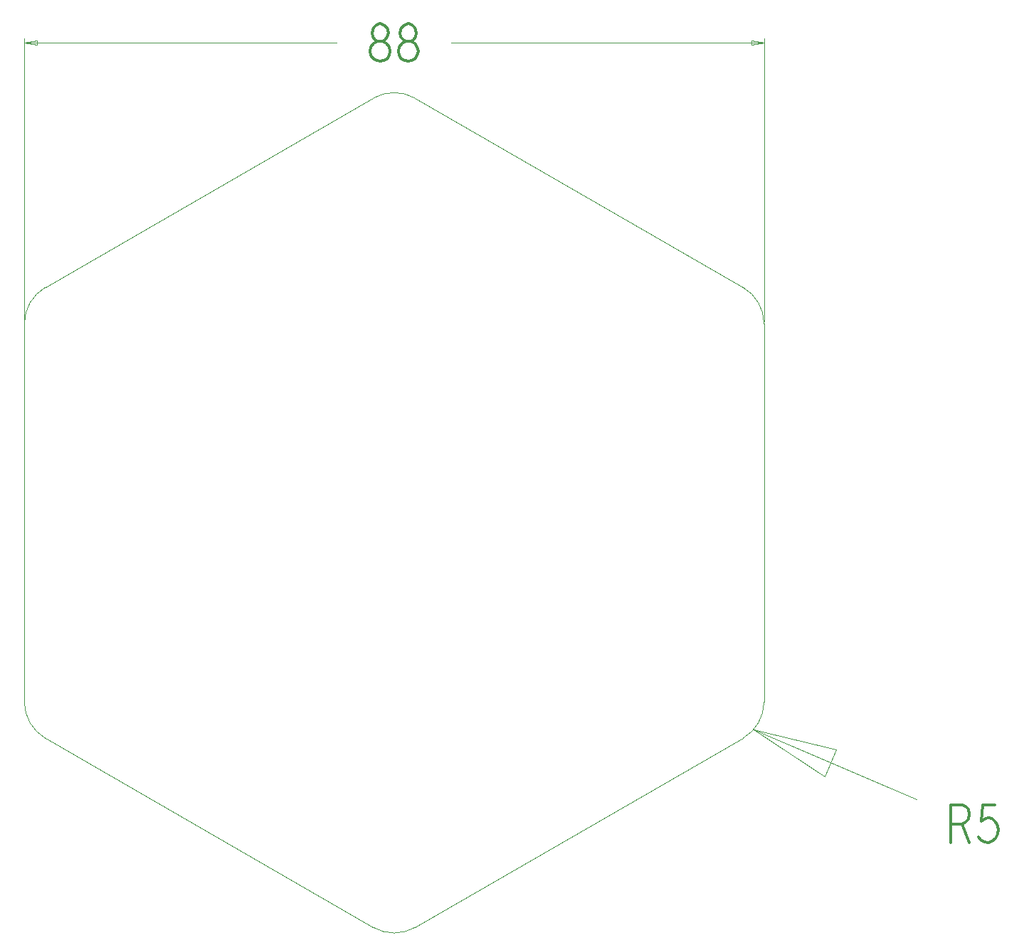
<source format=gbr>
G04 ================== begin FILE IDENTIFICATION RECORD ==================*
G04 Layout Name:  H:/JJL/PROJ/GS-Respeaker-Adapter/DESIGN/Adapter-Rev01.brd*
G04 Film Name:    SixMicAdapter-FAB_NOTES-20200424*
G04 File Format:  Gerber RS274X*
G04 File Origin:  Cadence Allegro 16.6-2015-S108*
G04 Origin Date:  Fri Apr 24 13:42:40 2020*
G04 *
G04 Layer:  MANUFACTURING/FAB_NOTES*
G04 Layer:  MANUFACTURING/LAYER_DETAIL*
G04 Layer:  MANUFACTURING/FAB_FILM*
G04 Layer:  MANUFACTURING/ALL_FILM*
G04 Layer:  BOARD GEOMETRY/OUTLINE*
G04 Layer:  BOARD GEOMETRY/DIMENSION*
G04 Layer:  BOARD GEOMETRY/SLOT_HOLES*
G04 Layer:  BOARD GEOMETRY/DEPTH_ROUTE*
G04 Layer:  BOARD GEOMETRY/PANEL*
G04 *
G04 Offset:    (0.0000 0.0000)*
G04 Mirror:    No*
G04 Mode:      Positive*
G04 Rotation:  0*
G04 FullContactRelief:  No*
G04 UndefLineWidth:     0.0010*
G04 ================== end FILE IDENTIFICATION RECORD ====================*
%FSLAX35Y35*MOMM*%
%IR0*IPPOS*OFA0.00000B0.00000*MIA0B0*SFA1.00000B1.00000*%
%ADD10C,.3*%
%ADD11C,.001*%
G75*
%LPD*%
G75*
G54D10*
G01X-167000Y5375000D02*
X-129200Y5382500D01*
X-86000Y5404990D01*
X-59000Y5442490D01*
X-48200Y5495000D01*
X-59000Y5547490D01*
X-91400Y5592490D01*
X-140000Y5615000D01*
X-194000D01*
X-226400Y5630000D01*
X-253410Y5667490D01*
X-264200Y5719990D01*
X-248000Y5772500D01*
X-210210Y5810000D01*
X-167000Y5825000D01*
X-123800Y5810000D01*
X-86000Y5772500D01*
X-69800Y5719990D01*
X-80600Y5667490D01*
X-107600Y5630000D01*
X-140000Y5615000D01*
X-194000D01*
X-242600Y5592490D01*
X-275000Y5547490D01*
X-285800Y5495000D01*
X-275000Y5442490D01*
X-248000Y5404990D01*
X-204800Y5382500D01*
X-167000Y5375000D01*
G01X167000D02*
X204800Y5382500D01*
X248000Y5404990D01*
X275000Y5442490D01*
X285800Y5495000D01*
X275000Y5547490D01*
X242600Y5592490D01*
X194000Y5615000D01*
X140000D01*
X107600Y5630000D01*
X80590Y5667490D01*
X69800Y5719990D01*
X86000Y5772500D01*
X123790Y5810000D01*
X167000Y5825000D01*
X210200Y5810000D01*
X248000Y5772500D01*
X264200Y5719990D01*
X253400Y5667490D01*
X226400Y5630000D01*
X194000Y5615000D01*
X140000D01*
X91400Y5592490D01*
X59000Y5547490D01*
X48200Y5495000D01*
X59000Y5442490D01*
X86000Y5404990D01*
X129200Y5382500D01*
X167000Y5375000D01*
G01X6625000Y-3925000D02*
Y-3475000D01*
X6760000D01*
X6803200Y-3497510D01*
X6830200Y-3527500D01*
X6841000Y-3587500D01*
X6830200Y-3647500D01*
X6797800Y-3685000D01*
X6760000Y-3707510D01*
X6625000D01*
G01X6760000D02*
X6841000Y-3925000D01*
G01X6948200Y-3857510D02*
X6980590Y-3895010D01*
X7018400Y-3917500D01*
X7067000Y-3925000D01*
X7115600Y-3910000D01*
X7153400Y-3880010D01*
X7180400Y-3827510D01*
X7185800Y-3767510D01*
X7175000Y-3707510D01*
X7148000Y-3670000D01*
X7110200Y-3640010D01*
X7072400Y-3632510D01*
X7034600Y-3640010D01*
X6986000Y-3670000D01*
X7002200Y-3475000D01*
X7148000D01*
G54D11*
G01X-250000Y4936340D02*
X-4150000Y2684670D01*
G03X-4400000Y2251660I250001J-433013D01*
G01Y-2251660D01*
G03X-4150000Y-2684670I500001J3D01*
G01X-250000Y-4936340D01*
G03X250000I250000J433011D01*
G01X4150000Y-2684670D01*
G03X4400000Y-2251660I-250001J433013D01*
G01Y2251660D01*
G03X4150000Y2684670I-500001J-3D01*
G01X250000Y4936340D01*
G03X-250000I-250000J-433011D01*
G01X-4400000Y2276660D02*
Y5650000D01*
G01X-4250000Y5625000D02*
X-4400000Y5600000D01*
X-4250000Y5575000D01*
Y5625000D01*
G01X-681500Y5600000D02*
X-4400000D01*
G01X681500D02*
X4400000D01*
G01X4272980Y-2584650D02*
X6218500Y-3410660D01*
G01X5261840Y-2814380D02*
X4272980Y-2584650D01*
X5125060Y-3136540D01*
X5261840Y-2814380D01*
G01X4400000Y2276660D02*
Y5650000D01*
G01X4250000Y5575000D02*
X4400000Y5600000D01*
X4250000Y5625000D01*
Y5575000D01*
M02*

</source>
